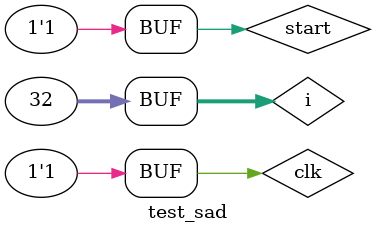
<source format=v>
`timescale 1ns/0.1ns


module test_sad(

    );
    
    wire [0:32*8-1] faceW;
    wire [0:32*8-1] groupW;
    reg [7:0] face [0:31];
    reg [7:0] group [0:31];
    wire [31:0] result;
    reg clk;
    reg start;
    wire finish;
    sad UT(
        .face(faceW),
        .group(groupW),
        .start(start),
        .finish(finish),
        .sad_result(result),
        .clock(clk)
    );
    
    genvar gg;
    for (gg = 0; gg < 32; gg = gg+1) begin
        assign faceW[gg*8 +: 8] = face[gg];
        assign groupW[gg*8 +: 8] = group[gg];
    end
    
    initial begin
        clk = 1;
        repeat(100) #5 clk = ~clk;
    end
    
    integer i;
    initial begin
        for (i = 0; i < 32; i = i + 1) begin
            face[i] <= 0;
            group[i] <= 0;
        end
        start <= 0;
        #10
        
        for (i = 0; i < 32; i = i + 1) begin
            face[i] <= 3**i;
            group[i] <= 5**i;
        end
        start <= 1;
    end
endmodule

</source>
